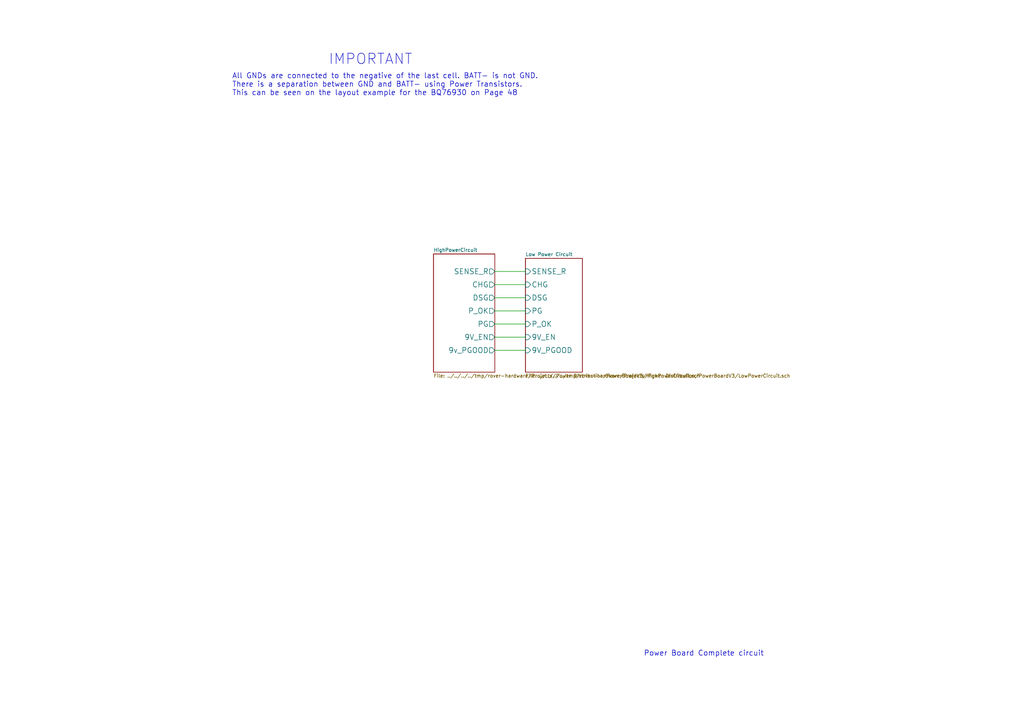
<source format=kicad_sch>
(kicad_sch (version 20230121) (generator eeschema)
  (paper "A4")
  (lib_symbols)
  (wire (pts (xy 143.51 93.98) (xy 152.4 93.98)))
  (wire (pts (xy 143.51 86.36) (xy 152.4 86.36)))
  (wire (pts (xy 143.51 90.17) (xy 152.4 90.17)))
  (wire (pts (xy 143.51 78.74) (xy 152.4 78.74)))
  (wire (pts (xy 143.51 97.79) (xy 152.4 97.79)))
  (wire (pts (xy 143.51 101.6) (xy 152.4 101.6)))
  (wire (pts (xy 143.51 82.55) (xy 152.4 82.55)))
  (text "All GNDs are connected to the negative of the last cell. BATT- is not GND. \nThere is a separation between GND and BATT- using Power Transistors. \nThis can be seen on the layout example for the BQ76930 on Page 48\n" (at 67.31 27.94 0) (effects (font (size 1.524 1.524)) (justify left bottom)))
  (text "Power Board Complete circuit" (at 186.69 190.5 0) (effects (font (size 1.524 1.524)) (justify left bottom)))
  (text "IMPORTANT" (at 95.25 19.05 0) (effects (font (size 2.9972 2.9972)) (justify left bottom)))
  (sheet (at 152.4 74.93) (size 16.51 33.02)
    (property "Sheetname" "Low Power Circuit " (at 152.4 74.3581 0) (effects (font (size 0.9906 0.9906)) (justify left bottom)))
    (property "Sheetfile" "../../../../tmp/rover-hardware/Projects/Power Distribution/PowerBoardV3/LowPowerCircuit.sch" (at 152.4 108.4228 0) (effects (font (size 0.9906 0.9906)) (justify left top)))
    (pin "SENSE_R" input (at 152.4 78.74 180) (effects (font (size 1.524 1.524))))
    (pin "CHG" input (at 152.4 82.55 180) (effects (font (size 1.524 1.524))))
    (pin "DSG" input (at 152.4 86.36 180) (effects (font (size 1.524 1.524))))
    (pin "PG" input (at 152.4 90.17 180) (effects (font (size 1.524 1.524))))
    (pin "P_OK" input (at 152.4 93.98 180) (effects (font (size 1.524 1.524))))
    (pin "9V_EN" input (at 152.4 97.79 180) (effects (font (size 1.524 1.524))))
    (pin "9V_PGOOD" input (at 152.4 101.6 180) (effects (font (size 1.524 1.524))))
  )
  (sheet (at 125.73 73.66) (size 17.78 34.29)
    (property "Sheetname" "HighPowerCircuit" (at 125.73 73.0881 0) (effects (font (size 0.9906 0.9906)) (justify left bottom)))
    (property "Sheetfile" "../../../../tmp/rover-hardware/Projects/Power Distribution/PowerBoardV3/HighPowerCircuit.sch" (at 125.73 108.4228 0) (effects (font (size 0.9906 0.9906)) (justify left top)))
    (pin "SENSE_R" output (at 143.51 78.74 0) (effects (font (size 1.524 1.524))))
    (pin "CHG" output (at 143.51 82.55 0) (effects (font (size 1.524 1.524))))
    (pin "DSG" output (at 143.51 86.36 0) (effects (font (size 1.524 1.524))))
    (pin "P_OK" output (at 143.51 90.17 0) (effects (font (size 1.524 1.524))))
    (pin "PG" output (at 143.51 93.98 0) (effects (font (size 1.524 1.524))))
    (pin "9V_EN" output (at 143.51 97.79 0) (effects (font (size 1.524 1.524))))
    (pin "9v_PGOOD" output (at 143.51 101.6 0) (effects (font (size 1.524 1.524))))
  )
)
</source>
